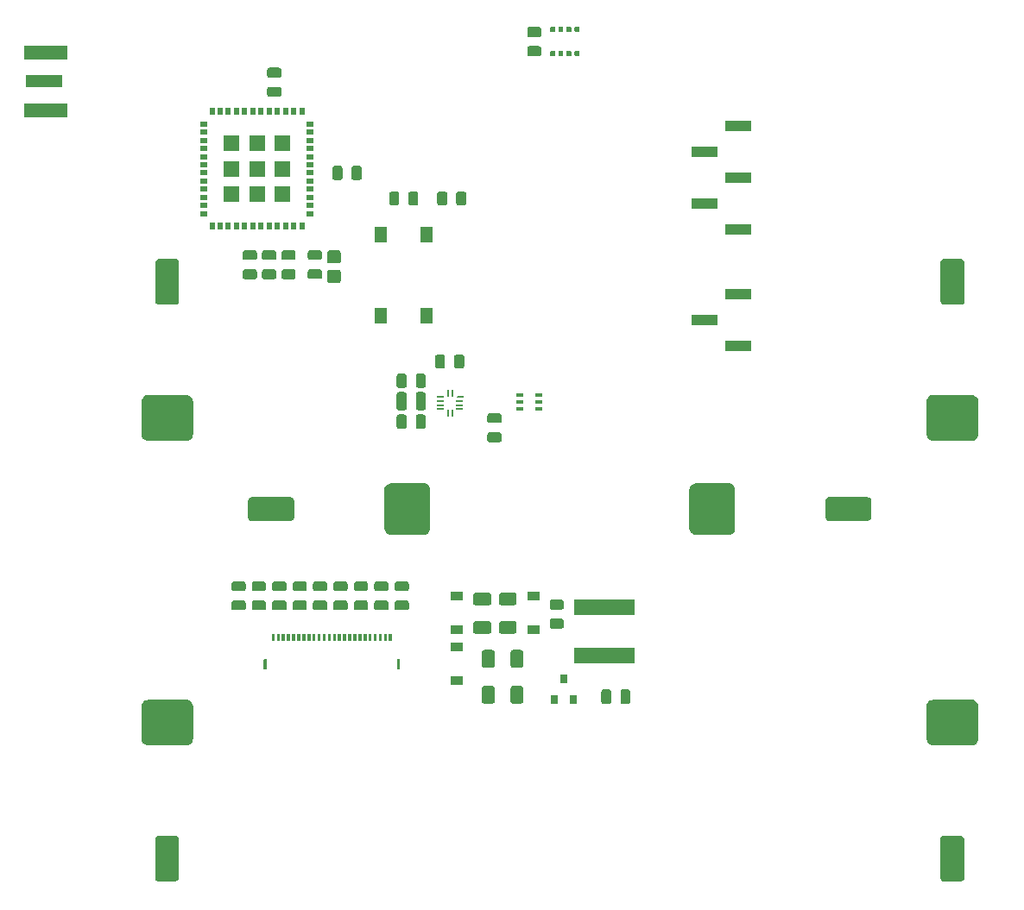
<source format=gbr>
G04 #@! TF.GenerationSoftware,KiCad,Pcbnew,(5.99.0-263-g133772e96)*
G04 #@! TF.CreationDate,2019-11-01T12:35:40+01:00*
G04 #@! TF.ProjectId,pocasicko,706f6361-7369-4636-9b6f-2e6b69636164,1*
G04 #@! TF.SameCoordinates,Original*
G04 #@! TF.FileFunction,Paste,Bot*
G04 #@! TF.FilePolarity,Positive*
%FSLAX46Y46*%
G04 Gerber Fmt 4.6, Leading zero omitted, Abs format (unit mm)*
G04 Created by KiCad (PCBNEW (5.99.0-263-g133772e96)) date 2019-11-01 12:35:40*
%MOMM*%
%LPD*%
G04 APERTURE LIST*
%ADD10R,3.600000X1.270000*%
%ADD11R,4.200000X1.350000*%
%ADD12R,1.300000X1.550000*%
%ADD13R,0.650000X0.400000*%
%ADD14R,2.510000X1.000000*%
%ADD15R,0.800000X0.900000*%
%ADD16R,5.900000X1.600000*%
%ADD17R,1.200000X0.900000*%
%ADD18R,0.700000X0.200000*%
%ADD19R,0.200000X0.700000*%
%ADD20R,1.600000X1.600000*%
%ADD21R,0.800000X0.500000*%
%ADD22R,0.500000X0.800000*%
G04 APERTURE END LIST*
G36*
X136022221Y-112253425D02*
G01*
X136036820Y-112263180D01*
X136046575Y-112277779D01*
X136050000Y-112295000D01*
X136050000Y-112905000D01*
X136046575Y-112922221D01*
X136036820Y-112936820D01*
X136022221Y-112946575D01*
X136005000Y-112950000D01*
X135795000Y-112950000D01*
X135777779Y-112946575D01*
X135763180Y-112936820D01*
X135753425Y-112922221D01*
X135750000Y-112905000D01*
X135750000Y-112295000D01*
X135753425Y-112277779D01*
X135763180Y-112263180D01*
X135777779Y-112253425D01*
X135795000Y-112250000D01*
X136005000Y-112250000D01*
X136022221Y-112253425D01*
G37*
G36*
X135522221Y-112253425D02*
G01*
X135536820Y-112263180D01*
X135546575Y-112277779D01*
X135550000Y-112295000D01*
X135550000Y-112905000D01*
X135546575Y-112922221D01*
X135536820Y-112936820D01*
X135522221Y-112946575D01*
X135505000Y-112950000D01*
X135295000Y-112950000D01*
X135277779Y-112946575D01*
X135263180Y-112936820D01*
X135253425Y-112922221D01*
X135250000Y-112905000D01*
X135250000Y-112295000D01*
X135253425Y-112277779D01*
X135263180Y-112263180D01*
X135277779Y-112253425D01*
X135295000Y-112250000D01*
X135505000Y-112250000D01*
X135522221Y-112253425D01*
G37*
G36*
X135022221Y-112253425D02*
G01*
X135036820Y-112263180D01*
X135046575Y-112277779D01*
X135050000Y-112295000D01*
X135050000Y-112905000D01*
X135046575Y-112922221D01*
X135036820Y-112936820D01*
X135022221Y-112946575D01*
X135005000Y-112950000D01*
X134795000Y-112950000D01*
X134777779Y-112946575D01*
X134763180Y-112936820D01*
X134753425Y-112922221D01*
X134750000Y-112905000D01*
X134750000Y-112295000D01*
X134753425Y-112277779D01*
X134763180Y-112263180D01*
X134777779Y-112253425D01*
X134795000Y-112250000D01*
X135005000Y-112250000D01*
X135022221Y-112253425D01*
G37*
G36*
X134522221Y-112253425D02*
G01*
X134536820Y-112263180D01*
X134546575Y-112277779D01*
X134550000Y-112295000D01*
X134550000Y-112905000D01*
X134546575Y-112922221D01*
X134536820Y-112936820D01*
X134522221Y-112946575D01*
X134505000Y-112950000D01*
X134295000Y-112950000D01*
X134277779Y-112946575D01*
X134263180Y-112936820D01*
X134253425Y-112922221D01*
X134250000Y-112905000D01*
X134250000Y-112295000D01*
X134253425Y-112277779D01*
X134263180Y-112263180D01*
X134277779Y-112253425D01*
X134295000Y-112250000D01*
X134505000Y-112250000D01*
X134522221Y-112253425D01*
G37*
G36*
X134022221Y-112253425D02*
G01*
X134036820Y-112263180D01*
X134046575Y-112277779D01*
X134050000Y-112295000D01*
X134050000Y-112905000D01*
X134046575Y-112922221D01*
X134036820Y-112936820D01*
X134022221Y-112946575D01*
X134005000Y-112950000D01*
X133795000Y-112950000D01*
X133777779Y-112946575D01*
X133763180Y-112936820D01*
X133753425Y-112922221D01*
X133750000Y-112905000D01*
X133750000Y-112295000D01*
X133753425Y-112277779D01*
X133763180Y-112263180D01*
X133777779Y-112253425D01*
X133795000Y-112250000D01*
X134005000Y-112250000D01*
X134022221Y-112253425D01*
G37*
G36*
X133522221Y-112253425D02*
G01*
X133536820Y-112263180D01*
X133546575Y-112277779D01*
X133550000Y-112295000D01*
X133550000Y-112905000D01*
X133546575Y-112922221D01*
X133536820Y-112936820D01*
X133522221Y-112946575D01*
X133505000Y-112950000D01*
X133295000Y-112950000D01*
X133277779Y-112946575D01*
X133263180Y-112936820D01*
X133253425Y-112922221D01*
X133250000Y-112905000D01*
X133250000Y-112295000D01*
X133253425Y-112277779D01*
X133263180Y-112263180D01*
X133277779Y-112253425D01*
X133295000Y-112250000D01*
X133505000Y-112250000D01*
X133522221Y-112253425D01*
G37*
G36*
X133022221Y-112253425D02*
G01*
X133036820Y-112263180D01*
X133046575Y-112277779D01*
X133050000Y-112295000D01*
X133050000Y-112905000D01*
X133046575Y-112922221D01*
X133036820Y-112936820D01*
X133022221Y-112946575D01*
X133005000Y-112950000D01*
X132795000Y-112950000D01*
X132777779Y-112946575D01*
X132763180Y-112936820D01*
X132753425Y-112922221D01*
X132750000Y-112905000D01*
X132750000Y-112295000D01*
X132753425Y-112277779D01*
X132763180Y-112263180D01*
X132777779Y-112253425D01*
X132795000Y-112250000D01*
X133005000Y-112250000D01*
X133022221Y-112253425D01*
G37*
G36*
X132522221Y-112253425D02*
G01*
X132536820Y-112263180D01*
X132546575Y-112277779D01*
X132550000Y-112295000D01*
X132550000Y-112905000D01*
X132546575Y-112922221D01*
X132536820Y-112936820D01*
X132522221Y-112946575D01*
X132505000Y-112950000D01*
X132295000Y-112950000D01*
X132277779Y-112946575D01*
X132263180Y-112936820D01*
X132253425Y-112922221D01*
X132250000Y-112905000D01*
X132250000Y-112295000D01*
X132253425Y-112277779D01*
X132263180Y-112263180D01*
X132277779Y-112253425D01*
X132295000Y-112250000D01*
X132505000Y-112250000D01*
X132522221Y-112253425D01*
G37*
G36*
X132022221Y-112253425D02*
G01*
X132036820Y-112263180D01*
X132046575Y-112277779D01*
X132050000Y-112295000D01*
X132050000Y-112905000D01*
X132046575Y-112922221D01*
X132036820Y-112936820D01*
X132022221Y-112946575D01*
X132005000Y-112950000D01*
X131795000Y-112950000D01*
X131777779Y-112946575D01*
X131763180Y-112936820D01*
X131753425Y-112922221D01*
X131750000Y-112905000D01*
X131750000Y-112295000D01*
X131753425Y-112277779D01*
X131763180Y-112263180D01*
X131777779Y-112253425D01*
X131795000Y-112250000D01*
X132005000Y-112250000D01*
X132022221Y-112253425D01*
G37*
G36*
X131522221Y-112253425D02*
G01*
X131536820Y-112263180D01*
X131546575Y-112277779D01*
X131550000Y-112295000D01*
X131550000Y-112905000D01*
X131546575Y-112922221D01*
X131536820Y-112936820D01*
X131522221Y-112946575D01*
X131505000Y-112950000D01*
X131295000Y-112950000D01*
X131277779Y-112946575D01*
X131263180Y-112936820D01*
X131253425Y-112922221D01*
X131250000Y-112905000D01*
X131250000Y-112295000D01*
X131253425Y-112277779D01*
X131263180Y-112263180D01*
X131277779Y-112253425D01*
X131295000Y-112250000D01*
X131505000Y-112250000D01*
X131522221Y-112253425D01*
G37*
G36*
X131022221Y-112253425D02*
G01*
X131036820Y-112263180D01*
X131046575Y-112277779D01*
X131050000Y-112295000D01*
X131050000Y-112905000D01*
X131046575Y-112922221D01*
X131036820Y-112936820D01*
X131022221Y-112946575D01*
X131005000Y-112950000D01*
X130795000Y-112950000D01*
X130777779Y-112946575D01*
X130763180Y-112936820D01*
X130753425Y-112922221D01*
X130750000Y-112905000D01*
X130750000Y-112295000D01*
X130753425Y-112277779D01*
X130763180Y-112263180D01*
X130777779Y-112253425D01*
X130795000Y-112250000D01*
X131005000Y-112250000D01*
X131022221Y-112253425D01*
G37*
G36*
X130522221Y-112253425D02*
G01*
X130536820Y-112263180D01*
X130546575Y-112277779D01*
X130550000Y-112295000D01*
X130550000Y-112905000D01*
X130546575Y-112922221D01*
X130536820Y-112936820D01*
X130522221Y-112946575D01*
X130505000Y-112950000D01*
X130295000Y-112950000D01*
X130277779Y-112946575D01*
X130263180Y-112936820D01*
X130253425Y-112922221D01*
X130250000Y-112905000D01*
X130250000Y-112295000D01*
X130253425Y-112277779D01*
X130263180Y-112263180D01*
X130277779Y-112253425D01*
X130295000Y-112250000D01*
X130505000Y-112250000D01*
X130522221Y-112253425D01*
G37*
G36*
X130022221Y-112253425D02*
G01*
X130036820Y-112263180D01*
X130046575Y-112277779D01*
X130050000Y-112295000D01*
X130050000Y-112905000D01*
X130046575Y-112922221D01*
X130036820Y-112936820D01*
X130022221Y-112946575D01*
X130005000Y-112950000D01*
X129795000Y-112950000D01*
X129777779Y-112946575D01*
X129763180Y-112936820D01*
X129753425Y-112922221D01*
X129750000Y-112905000D01*
X129750000Y-112295000D01*
X129753425Y-112277779D01*
X129763180Y-112263180D01*
X129777779Y-112253425D01*
X129795000Y-112250000D01*
X130005000Y-112250000D01*
X130022221Y-112253425D01*
G37*
G36*
X129522221Y-112253425D02*
G01*
X129536820Y-112263180D01*
X129546575Y-112277779D01*
X129550000Y-112295000D01*
X129550000Y-112905000D01*
X129546575Y-112922221D01*
X129536820Y-112936820D01*
X129522221Y-112946575D01*
X129505000Y-112950000D01*
X129295000Y-112950000D01*
X129277779Y-112946575D01*
X129263180Y-112936820D01*
X129253425Y-112922221D01*
X129250000Y-112905000D01*
X129250000Y-112295000D01*
X129253425Y-112277779D01*
X129263180Y-112263180D01*
X129277779Y-112253425D01*
X129295000Y-112250000D01*
X129505000Y-112250000D01*
X129522221Y-112253425D01*
G37*
G36*
X129022221Y-112253425D02*
G01*
X129036820Y-112263180D01*
X129046575Y-112277779D01*
X129050000Y-112295000D01*
X129050000Y-112905000D01*
X129046575Y-112922221D01*
X129036820Y-112936820D01*
X129022221Y-112946575D01*
X129005000Y-112950000D01*
X128795000Y-112950000D01*
X128777779Y-112946575D01*
X128763180Y-112936820D01*
X128753425Y-112922221D01*
X128750000Y-112905000D01*
X128750000Y-112295000D01*
X128753425Y-112277779D01*
X128763180Y-112263180D01*
X128777779Y-112253425D01*
X128795000Y-112250000D01*
X129005000Y-112250000D01*
X129022221Y-112253425D01*
G37*
G36*
X128522221Y-112253425D02*
G01*
X128536820Y-112263180D01*
X128546575Y-112277779D01*
X128550000Y-112295000D01*
X128550000Y-112905000D01*
X128546575Y-112922221D01*
X128536820Y-112936820D01*
X128522221Y-112946575D01*
X128505000Y-112950000D01*
X128295000Y-112950000D01*
X128277779Y-112946575D01*
X128263180Y-112936820D01*
X128253425Y-112922221D01*
X128250000Y-112905000D01*
X128250000Y-112295000D01*
X128253425Y-112277779D01*
X128263180Y-112263180D01*
X128277779Y-112253425D01*
X128295000Y-112250000D01*
X128505000Y-112250000D01*
X128522221Y-112253425D01*
G37*
G36*
X128022221Y-112253425D02*
G01*
X128036820Y-112263180D01*
X128046575Y-112277779D01*
X128050000Y-112295000D01*
X128050000Y-112905000D01*
X128046575Y-112922221D01*
X128036820Y-112936820D01*
X128022221Y-112946575D01*
X128005000Y-112950000D01*
X127795000Y-112950000D01*
X127777779Y-112946575D01*
X127763180Y-112936820D01*
X127753425Y-112922221D01*
X127750000Y-112905000D01*
X127750000Y-112295000D01*
X127753425Y-112277779D01*
X127763180Y-112263180D01*
X127777779Y-112253425D01*
X127795000Y-112250000D01*
X128005000Y-112250000D01*
X128022221Y-112253425D01*
G37*
G36*
X127522221Y-112253425D02*
G01*
X127536820Y-112263180D01*
X127546575Y-112277779D01*
X127550000Y-112295000D01*
X127550000Y-112905000D01*
X127546575Y-112922221D01*
X127536820Y-112936820D01*
X127522221Y-112946575D01*
X127505000Y-112950000D01*
X127295000Y-112950000D01*
X127277779Y-112946575D01*
X127263180Y-112936820D01*
X127253425Y-112922221D01*
X127250000Y-112905000D01*
X127250000Y-112295000D01*
X127253425Y-112277779D01*
X127263180Y-112263180D01*
X127277779Y-112253425D01*
X127295000Y-112250000D01*
X127505000Y-112250000D01*
X127522221Y-112253425D01*
G37*
G36*
X127022221Y-112253425D02*
G01*
X127036820Y-112263180D01*
X127046575Y-112277779D01*
X127050000Y-112295000D01*
X127050000Y-112905000D01*
X127046575Y-112922221D01*
X127036820Y-112936820D01*
X127022221Y-112946575D01*
X127005000Y-112950000D01*
X126795000Y-112950000D01*
X126777779Y-112946575D01*
X126763180Y-112936820D01*
X126753425Y-112922221D01*
X126750000Y-112905000D01*
X126750000Y-112295000D01*
X126753425Y-112277779D01*
X126763180Y-112263180D01*
X126777779Y-112253425D01*
X126795000Y-112250000D01*
X127005000Y-112250000D01*
X127022221Y-112253425D01*
G37*
G36*
X126522221Y-112253425D02*
G01*
X126536820Y-112263180D01*
X126546575Y-112277779D01*
X126550000Y-112295000D01*
X126550000Y-112905000D01*
X126546575Y-112922221D01*
X126536820Y-112936820D01*
X126522221Y-112946575D01*
X126505000Y-112950000D01*
X126295000Y-112950000D01*
X126277779Y-112946575D01*
X126263180Y-112936820D01*
X126253425Y-112922221D01*
X126250000Y-112905000D01*
X126250000Y-112295000D01*
X126253425Y-112277779D01*
X126263180Y-112263180D01*
X126277779Y-112253425D01*
X126295000Y-112250000D01*
X126505000Y-112250000D01*
X126522221Y-112253425D01*
G37*
G36*
X126022221Y-112253425D02*
G01*
X126036820Y-112263180D01*
X126046575Y-112277779D01*
X126050000Y-112295000D01*
X126050000Y-112905000D01*
X126046575Y-112922221D01*
X126036820Y-112936820D01*
X126022221Y-112946575D01*
X126005000Y-112950000D01*
X125795000Y-112950000D01*
X125777779Y-112946575D01*
X125763180Y-112936820D01*
X125753425Y-112922221D01*
X125750000Y-112905000D01*
X125750000Y-112295000D01*
X125753425Y-112277779D01*
X125763180Y-112263180D01*
X125777779Y-112253425D01*
X125795000Y-112250000D01*
X126005000Y-112250000D01*
X126022221Y-112253425D01*
G37*
G36*
X125522221Y-112253425D02*
G01*
X125536820Y-112263180D01*
X125546575Y-112277779D01*
X125550000Y-112295000D01*
X125550000Y-112905000D01*
X125546575Y-112922221D01*
X125536820Y-112936820D01*
X125522221Y-112946575D01*
X125505000Y-112950000D01*
X125295000Y-112950000D01*
X125277779Y-112946575D01*
X125263180Y-112936820D01*
X125253425Y-112922221D01*
X125250000Y-112905000D01*
X125250000Y-112295000D01*
X125253425Y-112277779D01*
X125263180Y-112263180D01*
X125277779Y-112253425D01*
X125295000Y-112250000D01*
X125505000Y-112250000D01*
X125522221Y-112253425D01*
G37*
G36*
X125022221Y-112253425D02*
G01*
X125036820Y-112263180D01*
X125046575Y-112277779D01*
X125050000Y-112295000D01*
X125050000Y-112905000D01*
X125046575Y-112922221D01*
X125036820Y-112936820D01*
X125022221Y-112946575D01*
X125005000Y-112950000D01*
X124795000Y-112950000D01*
X124777779Y-112946575D01*
X124763180Y-112936820D01*
X124753425Y-112922221D01*
X124750000Y-112905000D01*
X124750000Y-112295000D01*
X124753425Y-112277779D01*
X124763180Y-112263180D01*
X124777779Y-112253425D01*
X124795000Y-112250000D01*
X125005000Y-112250000D01*
X125022221Y-112253425D01*
G37*
G36*
X124522221Y-112253425D02*
G01*
X124536820Y-112263180D01*
X124546575Y-112277779D01*
X124550000Y-112295000D01*
X124550000Y-112905000D01*
X124546575Y-112922221D01*
X124536820Y-112936820D01*
X124522221Y-112946575D01*
X124505000Y-112950000D01*
X124295000Y-112950000D01*
X124277779Y-112946575D01*
X124263180Y-112936820D01*
X124253425Y-112922221D01*
X124250000Y-112905000D01*
X124250000Y-112295000D01*
X124253425Y-112277779D01*
X124263180Y-112263180D01*
X124277779Y-112253425D01*
X124295000Y-112250000D01*
X124505000Y-112250000D01*
X124522221Y-112253425D01*
G37*
G36*
X136812221Y-114753425D02*
G01*
X136826820Y-114763180D01*
X136836575Y-114777779D01*
X136840000Y-114795000D01*
X136840000Y-115705000D01*
X136836575Y-115722221D01*
X136826820Y-115736820D01*
X136812221Y-115746575D01*
X136795000Y-115750000D01*
X136585000Y-115750000D01*
X136567779Y-115746575D01*
X136553180Y-115736820D01*
X136543425Y-115722221D01*
X136540000Y-115705000D01*
X136540000Y-114795000D01*
X136543425Y-114777779D01*
X136553180Y-114763180D01*
X136567779Y-114753425D01*
X136585000Y-114750000D01*
X136795000Y-114750000D01*
X136812221Y-114753425D01*
G37*
G36*
X123732221Y-114753425D02*
G01*
X123746820Y-114763180D01*
X123756575Y-114777779D01*
X123760000Y-114795000D01*
X123760000Y-115705000D01*
X123756575Y-115722221D01*
X123746820Y-115736820D01*
X123732221Y-115746575D01*
X123715000Y-115750000D01*
X123505000Y-115750000D01*
X123487779Y-115746575D01*
X123473180Y-115736820D01*
X123463425Y-115722221D01*
X123460000Y-115705000D01*
X123460000Y-114795000D01*
X123463425Y-114777779D01*
X123473180Y-114763180D01*
X123487779Y-114753425D01*
X123505000Y-114750000D01*
X123715000Y-114750000D01*
X123732221Y-114753425D01*
G37*
D10*
X101900000Y-58000000D03*
D11*
X102100000Y-55175000D03*
X102100000Y-60825000D03*
G36*
X191939049Y-132071168D02*
G01*
X192044618Y-132132118D01*
X192122975Y-132225500D01*
X192170000Y-132401000D01*
X192170000Y-136199000D01*
X192148832Y-136319049D01*
X192087882Y-136424618D01*
X191994500Y-136502975D01*
X191819000Y-136550000D01*
X190181000Y-136550000D01*
X190060951Y-136528832D01*
X189955382Y-136467882D01*
X189877025Y-136374500D01*
X189830000Y-136199000D01*
X189830000Y-132401000D01*
X189851168Y-132280951D01*
X189912118Y-132175382D01*
X190005500Y-132097025D01*
X190181000Y-132050000D01*
X191819000Y-132050000D01*
X191939049Y-132071168D01*
G37*
G36*
X191939049Y-75471168D02*
G01*
X192044618Y-75532118D01*
X192122975Y-75625500D01*
X192170000Y-75801000D01*
X192170000Y-79599000D01*
X192148832Y-79719049D01*
X192087882Y-79824618D01*
X191994500Y-79902975D01*
X191819000Y-79950000D01*
X190181000Y-79950000D01*
X190060951Y-79928832D01*
X189955382Y-79867882D01*
X189877025Y-79774500D01*
X189830000Y-79599000D01*
X189830000Y-75801000D01*
X189851168Y-75680951D01*
X189912118Y-75575382D01*
X190005500Y-75497025D01*
X190181000Y-75450000D01*
X191819000Y-75450000D01*
X191939049Y-75471168D01*
G37*
G36*
X193026538Y-118719614D02*
G01*
X193178688Y-118777317D01*
X193312608Y-118869755D01*
X193420514Y-118991556D01*
X193496136Y-119135642D01*
X193540000Y-119375000D01*
X193540000Y-122525000D01*
X193520386Y-122686538D01*
X193462683Y-122838688D01*
X193370245Y-122972608D01*
X193248444Y-123080514D01*
X193104358Y-123156136D01*
X192865000Y-123200000D01*
X189135000Y-123200000D01*
X188973462Y-123180386D01*
X188821312Y-123122683D01*
X188687392Y-123030245D01*
X188579486Y-122908444D01*
X188503864Y-122764358D01*
X188460000Y-122525000D01*
X188460000Y-119375000D01*
X188479614Y-119213462D01*
X188537317Y-119061312D01*
X188629755Y-118927392D01*
X188751556Y-118819486D01*
X188895642Y-118743864D01*
X189135000Y-118700000D01*
X192865000Y-118700000D01*
X193026538Y-118719614D01*
G37*
G36*
X193026538Y-88819614D02*
G01*
X193178688Y-88877317D01*
X193312608Y-88969755D01*
X193420514Y-89091556D01*
X193496136Y-89235642D01*
X193540000Y-89475000D01*
X193540000Y-92625000D01*
X193520386Y-92786538D01*
X193462683Y-92938688D01*
X193370245Y-93072608D01*
X193248444Y-93180514D01*
X193104358Y-93256136D01*
X192865000Y-93300000D01*
X189135000Y-93300000D01*
X188973462Y-93280386D01*
X188821312Y-93222683D01*
X188687392Y-93130245D01*
X188579486Y-93008444D01*
X188503864Y-92864358D01*
X188460000Y-92625000D01*
X188460000Y-89475000D01*
X188479614Y-89313462D01*
X188537317Y-89161312D01*
X188629755Y-89027392D01*
X188751556Y-88919486D01*
X188895642Y-88843864D01*
X189135000Y-88800000D01*
X192865000Y-88800000D01*
X193026538Y-88819614D01*
G37*
G36*
X139286538Y-97479614D02*
G01*
X139438688Y-97537317D01*
X139572608Y-97629755D01*
X139680514Y-97751556D01*
X139756136Y-97895642D01*
X139800000Y-98135000D01*
X139800000Y-101865000D01*
X139780386Y-102026538D01*
X139722683Y-102178688D01*
X139630245Y-102312608D01*
X139508444Y-102420514D01*
X139364358Y-102496136D01*
X139125000Y-102540000D01*
X135975000Y-102540000D01*
X135813462Y-102520386D01*
X135661312Y-102462683D01*
X135527392Y-102370245D01*
X135419486Y-102248444D01*
X135343864Y-102104358D01*
X135300000Y-101865000D01*
X135300000Y-98135000D01*
X135319614Y-97973462D01*
X135377317Y-97821312D01*
X135469755Y-97687392D01*
X135591556Y-97579486D01*
X135735642Y-97503864D01*
X135975000Y-97460000D01*
X139125000Y-97460000D01*
X139286538Y-97479614D01*
G37*
G36*
X169186538Y-97479614D02*
G01*
X169338688Y-97537317D01*
X169472608Y-97629755D01*
X169580514Y-97751556D01*
X169656136Y-97895642D01*
X169700000Y-98135000D01*
X169700000Y-101865000D01*
X169680386Y-102026538D01*
X169622683Y-102178688D01*
X169530245Y-102312608D01*
X169408444Y-102420514D01*
X169264358Y-102496136D01*
X169025000Y-102540000D01*
X165875000Y-102540000D01*
X165713462Y-102520386D01*
X165561312Y-102462683D01*
X165427392Y-102370245D01*
X165319486Y-102248444D01*
X165243864Y-102104358D01*
X165200000Y-101865000D01*
X165200000Y-98135000D01*
X165219614Y-97973462D01*
X165277317Y-97821312D01*
X165369755Y-97687392D01*
X165491556Y-97579486D01*
X165635642Y-97503864D01*
X165875000Y-97460000D01*
X169025000Y-97460000D01*
X169186538Y-97479614D01*
G37*
G36*
X126219049Y-98851168D02*
G01*
X126324618Y-98912118D01*
X126402975Y-99005500D01*
X126450000Y-99181000D01*
X126450000Y-100819000D01*
X126428832Y-100939049D01*
X126367882Y-101044618D01*
X126274500Y-101122975D01*
X126099000Y-101170000D01*
X122301000Y-101170000D01*
X122180951Y-101148832D01*
X122075382Y-101087882D01*
X121997025Y-100994500D01*
X121950000Y-100819000D01*
X121950000Y-99181000D01*
X121971168Y-99060951D01*
X122032118Y-98955382D01*
X122125500Y-98877025D01*
X122301000Y-98830000D01*
X126099000Y-98830000D01*
X126219049Y-98851168D01*
G37*
G36*
X182819049Y-98851168D02*
G01*
X182924618Y-98912118D01*
X183002975Y-99005500D01*
X183050000Y-99181000D01*
X183050000Y-100819000D01*
X183028832Y-100939049D01*
X182967882Y-101044618D01*
X182874500Y-101122975D01*
X182699000Y-101170000D01*
X178901000Y-101170000D01*
X178780951Y-101148832D01*
X178675382Y-101087882D01*
X178597025Y-100994500D01*
X178550000Y-100819000D01*
X178550000Y-99181000D01*
X178571168Y-99060951D01*
X178632118Y-98955382D01*
X178725500Y-98877025D01*
X178901000Y-98830000D01*
X182699000Y-98830000D01*
X182819049Y-98851168D01*
G37*
G36*
X114939049Y-132071168D02*
G01*
X115044618Y-132132118D01*
X115122975Y-132225500D01*
X115170000Y-132401000D01*
X115170000Y-136199000D01*
X115148832Y-136319049D01*
X115087882Y-136424618D01*
X114994500Y-136502975D01*
X114819000Y-136550000D01*
X113181000Y-136550000D01*
X113060951Y-136528832D01*
X112955382Y-136467882D01*
X112877025Y-136374500D01*
X112830000Y-136199000D01*
X112830000Y-132401000D01*
X112851168Y-132280951D01*
X112912118Y-132175382D01*
X113005500Y-132097025D01*
X113181000Y-132050000D01*
X114819000Y-132050000D01*
X114939049Y-132071168D01*
G37*
G36*
X114939049Y-75471168D02*
G01*
X115044618Y-75532118D01*
X115122975Y-75625500D01*
X115170000Y-75801000D01*
X115170000Y-79599000D01*
X115148832Y-79719049D01*
X115087882Y-79824618D01*
X114994500Y-79902975D01*
X114819000Y-79950000D01*
X113181000Y-79950000D01*
X113060951Y-79928832D01*
X112955382Y-79867882D01*
X112877025Y-79774500D01*
X112830000Y-79599000D01*
X112830000Y-75801000D01*
X112851168Y-75680951D01*
X112912118Y-75575382D01*
X113005500Y-75497025D01*
X113181000Y-75450000D01*
X114819000Y-75450000D01*
X114939049Y-75471168D01*
G37*
G36*
X116026538Y-118719614D02*
G01*
X116178688Y-118777317D01*
X116312608Y-118869755D01*
X116420514Y-118991556D01*
X116496136Y-119135642D01*
X116540000Y-119375000D01*
X116540000Y-122525000D01*
X116520386Y-122686538D01*
X116462683Y-122838688D01*
X116370245Y-122972608D01*
X116248444Y-123080514D01*
X116104358Y-123156136D01*
X115865000Y-123200000D01*
X112135000Y-123200000D01*
X111973462Y-123180386D01*
X111821312Y-123122683D01*
X111687392Y-123030245D01*
X111579486Y-122908444D01*
X111503864Y-122764358D01*
X111460000Y-122525000D01*
X111460000Y-119375000D01*
X111479614Y-119213462D01*
X111537317Y-119061312D01*
X111629755Y-118927392D01*
X111751556Y-118819486D01*
X111895642Y-118743864D01*
X112135000Y-118700000D01*
X115865000Y-118700000D01*
X116026538Y-118719614D01*
G37*
G36*
X116026538Y-88819614D02*
G01*
X116178688Y-88877317D01*
X116312608Y-88969755D01*
X116420514Y-89091556D01*
X116496136Y-89235642D01*
X116540000Y-89475000D01*
X116540000Y-92625000D01*
X116520386Y-92786538D01*
X116462683Y-92938688D01*
X116370245Y-93072608D01*
X116248444Y-93180514D01*
X116104358Y-93256136D01*
X115865000Y-93300000D01*
X112135000Y-93300000D01*
X111973462Y-93280386D01*
X111821312Y-93222683D01*
X111687392Y-93130245D01*
X111579486Y-93008444D01*
X111503864Y-92864358D01*
X111460000Y-92625000D01*
X111460000Y-89475000D01*
X111479614Y-89313462D01*
X111537317Y-89161312D01*
X111629755Y-89027392D01*
X111751556Y-88919486D01*
X111895642Y-88843864D01*
X112135000Y-88800000D01*
X115865000Y-88800000D01*
X116026538Y-88819614D01*
G37*
G36*
X125049529Y-58568554D02*
G01*
X125128607Y-58621393D01*
X125181446Y-58700471D01*
X125200000Y-58793750D01*
X125200000Y-59281250D01*
X125181446Y-59374529D01*
X125128607Y-59453607D01*
X125049529Y-59506446D01*
X124956250Y-59525000D01*
X124043750Y-59525000D01*
X123950471Y-59506446D01*
X123871393Y-59453607D01*
X123818554Y-59374529D01*
X123800000Y-59281250D01*
X123800000Y-58793750D01*
X123818554Y-58700471D01*
X123871393Y-58621393D01*
X123950471Y-58568554D01*
X124043750Y-58550000D01*
X124956250Y-58550000D01*
X125049529Y-58568554D01*
G37*
G36*
X125049529Y-56693554D02*
G01*
X125128607Y-56746393D01*
X125181446Y-56825471D01*
X125200000Y-56918750D01*
X125200000Y-57406250D01*
X125181446Y-57499529D01*
X125128607Y-57578607D01*
X125049529Y-57631446D01*
X124956250Y-57650000D01*
X124043750Y-57650000D01*
X123950471Y-57631446D01*
X123871393Y-57578607D01*
X123818554Y-57499529D01*
X123800000Y-57406250D01*
X123800000Y-56918750D01*
X123818554Y-56825471D01*
X123871393Y-56746393D01*
X123950471Y-56693554D01*
X124043750Y-56675000D01*
X124956250Y-56675000D01*
X125049529Y-56693554D01*
G37*
D12*
X139450000Y-80975000D03*
X134950000Y-80975000D03*
X134950000Y-73025000D03*
X139450000Y-73025000D03*
D13*
X148550000Y-88820000D03*
X148550000Y-90120000D03*
X150450000Y-89470000D03*
X148550000Y-89470000D03*
X150450000Y-90120000D03*
X150450000Y-88820000D03*
G36*
X143174529Y-68818554D02*
G01*
X143253607Y-68871393D01*
X143306446Y-68950471D01*
X143325000Y-69043750D01*
X143325000Y-69956250D01*
X143306446Y-70049529D01*
X143253607Y-70128607D01*
X143174529Y-70181446D01*
X143081250Y-70200000D01*
X142593750Y-70200000D01*
X142500471Y-70181446D01*
X142421393Y-70128607D01*
X142368554Y-70049529D01*
X142350000Y-69956250D01*
X142350000Y-69043750D01*
X142368554Y-68950471D01*
X142421393Y-68871393D01*
X142500471Y-68818554D01*
X142593750Y-68800000D01*
X143081250Y-68800000D01*
X143174529Y-68818554D01*
G37*
G36*
X141299529Y-68818554D02*
G01*
X141378607Y-68871393D01*
X141431446Y-68950471D01*
X141450000Y-69043750D01*
X141450000Y-69956250D01*
X141431446Y-70049529D01*
X141378607Y-70128607D01*
X141299529Y-70181446D01*
X141206250Y-70200000D01*
X140718750Y-70200000D01*
X140625471Y-70181446D01*
X140546393Y-70128607D01*
X140493554Y-70049529D01*
X140475000Y-69956250D01*
X140475000Y-69043750D01*
X140493554Y-68950471D01*
X140546393Y-68871393D01*
X140625471Y-68818554D01*
X140718750Y-68800000D01*
X141206250Y-68800000D01*
X141299529Y-68818554D01*
G37*
G36*
X146649529Y-90593554D02*
G01*
X146728607Y-90646393D01*
X146781446Y-90725471D01*
X146800000Y-90818750D01*
X146800000Y-91306250D01*
X146781446Y-91399529D01*
X146728607Y-91478607D01*
X146649529Y-91531446D01*
X146556250Y-91550000D01*
X145643750Y-91550000D01*
X145550471Y-91531446D01*
X145471393Y-91478607D01*
X145418554Y-91399529D01*
X145400000Y-91306250D01*
X145400000Y-90818750D01*
X145418554Y-90725471D01*
X145471393Y-90646393D01*
X145550471Y-90593554D01*
X145643750Y-90575000D01*
X146556250Y-90575000D01*
X146649529Y-90593554D01*
G37*
G36*
X146649529Y-92468554D02*
G01*
X146728607Y-92521393D01*
X146781446Y-92600471D01*
X146800000Y-92693750D01*
X146800000Y-93181250D01*
X146781446Y-93274529D01*
X146728607Y-93353607D01*
X146649529Y-93406446D01*
X146556250Y-93425000D01*
X145643750Y-93425000D01*
X145550471Y-93406446D01*
X145471393Y-93353607D01*
X145418554Y-93274529D01*
X145400000Y-93181250D01*
X145400000Y-92693750D01*
X145418554Y-92600471D01*
X145471393Y-92521393D01*
X145550471Y-92468554D01*
X145643750Y-92450000D01*
X146556250Y-92450000D01*
X146649529Y-92468554D01*
G37*
D14*
X166690000Y-81460000D03*
X170000000Y-84000000D03*
X170000000Y-78920000D03*
G36*
X121549529Y-107093554D02*
G01*
X121628607Y-107146393D01*
X121681446Y-107225471D01*
X121700000Y-107318750D01*
X121700000Y-107806250D01*
X121681446Y-107899529D01*
X121628607Y-107978607D01*
X121549529Y-108031446D01*
X121456250Y-108050000D01*
X120543750Y-108050000D01*
X120450471Y-108031446D01*
X120371393Y-107978607D01*
X120318554Y-107899529D01*
X120300000Y-107806250D01*
X120300000Y-107318750D01*
X120318554Y-107225471D01*
X120371393Y-107146393D01*
X120450471Y-107093554D01*
X120543750Y-107075000D01*
X121456250Y-107075000D01*
X121549529Y-107093554D01*
G37*
G36*
X121549529Y-108968554D02*
G01*
X121628607Y-109021393D01*
X121681446Y-109100471D01*
X121700000Y-109193750D01*
X121700000Y-109681250D01*
X121681446Y-109774529D01*
X121628607Y-109853607D01*
X121549529Y-109906446D01*
X121456250Y-109925000D01*
X120543750Y-109925000D01*
X120450471Y-109906446D01*
X120371393Y-109853607D01*
X120318554Y-109774529D01*
X120300000Y-109681250D01*
X120300000Y-109193750D01*
X120318554Y-109100471D01*
X120371393Y-109021393D01*
X120450471Y-108968554D01*
X120543750Y-108950000D01*
X121456250Y-108950000D01*
X121549529Y-108968554D01*
G37*
G36*
X145970671Y-117344030D02*
G01*
X146051777Y-117398223D01*
X146105970Y-117479329D01*
X146125000Y-117575000D01*
X146125000Y-118825000D01*
X146105970Y-118920671D01*
X146051777Y-119001777D01*
X145970671Y-119055970D01*
X145875000Y-119075000D01*
X145125000Y-119075000D01*
X145029329Y-119055970D01*
X144948223Y-119001777D01*
X144894030Y-118920671D01*
X144875000Y-118825000D01*
X144875000Y-117575000D01*
X144894030Y-117479329D01*
X144948223Y-117398223D01*
X145029329Y-117344030D01*
X145125000Y-117325000D01*
X145875000Y-117325000D01*
X145970671Y-117344030D01*
G37*
G36*
X148770671Y-117344030D02*
G01*
X148851777Y-117398223D01*
X148905970Y-117479329D01*
X148925000Y-117575000D01*
X148925000Y-118825000D01*
X148905970Y-118920671D01*
X148851777Y-119001777D01*
X148770671Y-119055970D01*
X148675000Y-119075000D01*
X147925000Y-119075000D01*
X147829329Y-119055970D01*
X147748223Y-119001777D01*
X147694030Y-118920671D01*
X147675000Y-118825000D01*
X147675000Y-117575000D01*
X147694030Y-117479329D01*
X147748223Y-117398223D01*
X147829329Y-117344030D01*
X147925000Y-117325000D01*
X148675000Y-117325000D01*
X148770671Y-117344030D01*
G37*
G36*
X159274529Y-117718554D02*
G01*
X159353607Y-117771393D01*
X159406446Y-117850471D01*
X159425000Y-117943750D01*
X159425000Y-118856250D01*
X159406446Y-118949529D01*
X159353607Y-119028607D01*
X159274529Y-119081446D01*
X159181250Y-119100000D01*
X158693750Y-119100000D01*
X158600471Y-119081446D01*
X158521393Y-119028607D01*
X158468554Y-118949529D01*
X158450000Y-118856250D01*
X158450000Y-117943750D01*
X158468554Y-117850471D01*
X158521393Y-117771393D01*
X158600471Y-117718554D01*
X158693750Y-117700000D01*
X159181250Y-117700000D01*
X159274529Y-117718554D01*
G37*
G36*
X157399529Y-117718554D02*
G01*
X157478607Y-117771393D01*
X157531446Y-117850471D01*
X157550000Y-117943750D01*
X157550000Y-118856250D01*
X157531446Y-118949529D01*
X157478607Y-119028607D01*
X157399529Y-119081446D01*
X157306250Y-119100000D01*
X156818750Y-119100000D01*
X156725471Y-119081446D01*
X156646393Y-119028607D01*
X156593554Y-118949529D01*
X156575000Y-118856250D01*
X156575000Y-117943750D01*
X156593554Y-117850471D01*
X156646393Y-117771393D01*
X156725471Y-117718554D01*
X156818750Y-117700000D01*
X157306250Y-117700000D01*
X157399529Y-117718554D01*
G37*
D15*
X152900000Y-116700000D03*
X151950000Y-118700000D03*
X153850000Y-118700000D03*
D16*
X156900000Y-109650000D03*
X156900000Y-114350000D03*
D17*
X149900000Y-111850000D03*
X149900000Y-108550000D03*
X142400000Y-108550000D03*
X142400000Y-111850000D03*
X142400000Y-113550000D03*
X142400000Y-116850000D03*
G36*
X127549529Y-108968554D02*
G01*
X127628607Y-109021393D01*
X127681446Y-109100471D01*
X127700000Y-109193750D01*
X127700000Y-109681250D01*
X127681446Y-109774529D01*
X127628607Y-109853607D01*
X127549529Y-109906446D01*
X127456250Y-109925000D01*
X126543750Y-109925000D01*
X126450471Y-109906446D01*
X126371393Y-109853607D01*
X126318554Y-109774529D01*
X126300000Y-109681250D01*
X126300000Y-109193750D01*
X126318554Y-109100471D01*
X126371393Y-109021393D01*
X126450471Y-108968554D01*
X126543750Y-108950000D01*
X127456250Y-108950000D01*
X127549529Y-108968554D01*
G37*
G36*
X127549529Y-107093554D02*
G01*
X127628607Y-107146393D01*
X127681446Y-107225471D01*
X127700000Y-107318750D01*
X127700000Y-107806250D01*
X127681446Y-107899529D01*
X127628607Y-107978607D01*
X127549529Y-108031446D01*
X127456250Y-108050000D01*
X126543750Y-108050000D01*
X126450471Y-108031446D01*
X126371393Y-107978607D01*
X126318554Y-107899529D01*
X126300000Y-107806250D01*
X126300000Y-107318750D01*
X126318554Y-107225471D01*
X126371393Y-107146393D01*
X126450471Y-107093554D01*
X126543750Y-107075000D01*
X127456250Y-107075000D01*
X127549529Y-107093554D01*
G37*
G36*
X148120671Y-110994030D02*
G01*
X148201777Y-111048223D01*
X148255970Y-111129329D01*
X148275000Y-111225000D01*
X148275000Y-111975000D01*
X148255970Y-112070671D01*
X148201777Y-112151777D01*
X148120671Y-112205970D01*
X148025000Y-112225000D01*
X146775000Y-112225000D01*
X146679329Y-112205970D01*
X146598223Y-112151777D01*
X146544030Y-112070671D01*
X146525000Y-111975000D01*
X146525000Y-111225000D01*
X146544030Y-111129329D01*
X146598223Y-111048223D01*
X146679329Y-110994030D01*
X146775000Y-110975000D01*
X148025000Y-110975000D01*
X148120671Y-110994030D01*
G37*
G36*
X148120671Y-108194030D02*
G01*
X148201777Y-108248223D01*
X148255970Y-108329329D01*
X148275000Y-108425000D01*
X148275000Y-109175000D01*
X148255970Y-109270671D01*
X148201777Y-109351777D01*
X148120671Y-109405970D01*
X148025000Y-109425000D01*
X146775000Y-109425000D01*
X146679329Y-109405970D01*
X146598223Y-109351777D01*
X146544030Y-109270671D01*
X146525000Y-109175000D01*
X146525000Y-108425000D01*
X146544030Y-108329329D01*
X146598223Y-108248223D01*
X146679329Y-108194030D01*
X146775000Y-108175000D01*
X148025000Y-108175000D01*
X148120671Y-108194030D01*
G37*
G36*
X152749529Y-110768554D02*
G01*
X152828607Y-110821393D01*
X152881446Y-110900471D01*
X152900000Y-110993750D01*
X152900000Y-111481250D01*
X152881446Y-111574529D01*
X152828607Y-111653607D01*
X152749529Y-111706446D01*
X152656250Y-111725000D01*
X151743750Y-111725000D01*
X151650471Y-111706446D01*
X151571393Y-111653607D01*
X151518554Y-111574529D01*
X151500000Y-111481250D01*
X151500000Y-110993750D01*
X151518554Y-110900471D01*
X151571393Y-110821393D01*
X151650471Y-110768554D01*
X151743750Y-110750000D01*
X152656250Y-110750000D01*
X152749529Y-110768554D01*
G37*
G36*
X152749529Y-108893554D02*
G01*
X152828607Y-108946393D01*
X152881446Y-109025471D01*
X152900000Y-109118750D01*
X152900000Y-109606250D01*
X152881446Y-109699529D01*
X152828607Y-109778607D01*
X152749529Y-109831446D01*
X152656250Y-109850000D01*
X151743750Y-109850000D01*
X151650471Y-109831446D01*
X151571393Y-109778607D01*
X151518554Y-109699529D01*
X151500000Y-109606250D01*
X151500000Y-109118750D01*
X151518554Y-109025471D01*
X151571393Y-108946393D01*
X151650471Y-108893554D01*
X151743750Y-108875000D01*
X152656250Y-108875000D01*
X152749529Y-108893554D01*
G37*
G36*
X145970671Y-113844030D02*
G01*
X146051777Y-113898223D01*
X146105970Y-113979329D01*
X146125000Y-114075000D01*
X146125000Y-115325000D01*
X146105970Y-115420671D01*
X146051777Y-115501777D01*
X145970671Y-115555970D01*
X145875000Y-115575000D01*
X145125000Y-115575000D01*
X145029329Y-115555970D01*
X144948223Y-115501777D01*
X144894030Y-115420671D01*
X144875000Y-115325000D01*
X144875000Y-114075000D01*
X144894030Y-113979329D01*
X144948223Y-113898223D01*
X145029329Y-113844030D01*
X145125000Y-113825000D01*
X145875000Y-113825000D01*
X145970671Y-113844030D01*
G37*
G36*
X148770671Y-113844030D02*
G01*
X148851777Y-113898223D01*
X148905970Y-113979329D01*
X148925000Y-114075000D01*
X148925000Y-115325000D01*
X148905970Y-115420671D01*
X148851777Y-115501777D01*
X148770671Y-115555970D01*
X148675000Y-115575000D01*
X147925000Y-115575000D01*
X147829329Y-115555970D01*
X147748223Y-115501777D01*
X147694030Y-115420671D01*
X147675000Y-115325000D01*
X147675000Y-114075000D01*
X147694030Y-113979329D01*
X147748223Y-113898223D01*
X147829329Y-113844030D01*
X147925000Y-113825000D01*
X148675000Y-113825000D01*
X148770671Y-113844030D01*
G37*
G36*
X145620671Y-110994030D02*
G01*
X145701777Y-111048223D01*
X145755970Y-111129329D01*
X145775000Y-111225000D01*
X145775000Y-111975000D01*
X145755970Y-112070671D01*
X145701777Y-112151777D01*
X145620671Y-112205970D01*
X145525000Y-112225000D01*
X144275000Y-112225000D01*
X144179329Y-112205970D01*
X144098223Y-112151777D01*
X144044030Y-112070671D01*
X144025000Y-111975000D01*
X144025000Y-111225000D01*
X144044030Y-111129329D01*
X144098223Y-111048223D01*
X144179329Y-110994030D01*
X144275000Y-110975000D01*
X145525000Y-110975000D01*
X145620671Y-110994030D01*
G37*
G36*
X145620671Y-108194030D02*
G01*
X145701777Y-108248223D01*
X145755970Y-108329329D01*
X145775000Y-108425000D01*
X145775000Y-109175000D01*
X145755970Y-109270671D01*
X145701777Y-109351777D01*
X145620671Y-109405970D01*
X145525000Y-109425000D01*
X144275000Y-109425000D01*
X144179329Y-109405970D01*
X144098223Y-109351777D01*
X144044030Y-109270671D01*
X144025000Y-109175000D01*
X144025000Y-108425000D01*
X144044030Y-108329329D01*
X144098223Y-108248223D01*
X144179329Y-108194030D01*
X144275000Y-108175000D01*
X145525000Y-108175000D01*
X145620671Y-108194030D01*
G37*
G36*
X142487500Y-88900000D02*
G01*
X143037500Y-88900000D01*
X143037500Y-89100000D01*
X142337500Y-89100000D01*
X142337500Y-89050000D01*
X142487500Y-88900000D01*
G37*
D18*
X142687500Y-89400000D03*
X142687500Y-89800000D03*
X142687500Y-90200000D03*
D19*
X141937500Y-90550000D03*
X141537500Y-90550000D03*
D18*
X140787500Y-90200000D03*
X140787500Y-89800000D03*
X140787500Y-89400000D03*
X140787500Y-89000000D03*
D19*
X141537500Y-88650000D03*
X141937500Y-88650000D03*
G36*
X142974529Y-84818554D02*
G01*
X143053607Y-84871393D01*
X143106446Y-84950471D01*
X143125000Y-85043750D01*
X143125000Y-85956250D01*
X143106446Y-86049529D01*
X143053607Y-86128607D01*
X142974529Y-86181446D01*
X142881250Y-86200000D01*
X142393750Y-86200000D01*
X142300471Y-86181446D01*
X142221393Y-86128607D01*
X142168554Y-86049529D01*
X142150000Y-85956250D01*
X142150000Y-85043750D01*
X142168554Y-84950471D01*
X142221393Y-84871393D01*
X142300471Y-84818554D01*
X142393750Y-84800000D01*
X142881250Y-84800000D01*
X142974529Y-84818554D01*
G37*
G36*
X141099529Y-84818554D02*
G01*
X141178607Y-84871393D01*
X141231446Y-84950471D01*
X141250000Y-85043750D01*
X141250000Y-85956250D01*
X141231446Y-86049529D01*
X141178607Y-86128607D01*
X141099529Y-86181446D01*
X141006250Y-86200000D01*
X140518750Y-86200000D01*
X140425471Y-86181446D01*
X140346393Y-86128607D01*
X140293554Y-86049529D01*
X140275000Y-85956250D01*
X140275000Y-85043750D01*
X140293554Y-84950471D01*
X140346393Y-84871393D01*
X140425471Y-84818554D01*
X140518750Y-84800000D01*
X141006250Y-84800000D01*
X141099529Y-84818554D01*
G37*
G36*
X137337029Y-88518554D02*
G01*
X137416107Y-88571393D01*
X137468946Y-88650471D01*
X137487500Y-88743750D01*
X137487500Y-90056250D01*
X137468946Y-90149529D01*
X137416107Y-90228607D01*
X137337029Y-90281446D01*
X137243750Y-90300000D01*
X136756250Y-90300000D01*
X136662971Y-90281446D01*
X136583893Y-90228607D01*
X136531054Y-90149529D01*
X136512500Y-90056250D01*
X136512500Y-88743750D01*
X136531054Y-88650471D01*
X136583893Y-88571393D01*
X136662971Y-88518554D01*
X136756250Y-88500000D01*
X137243750Y-88500000D01*
X137337029Y-88518554D01*
G37*
G36*
X139212029Y-88518554D02*
G01*
X139291107Y-88571393D01*
X139343946Y-88650471D01*
X139362500Y-88743750D01*
X139362500Y-90056250D01*
X139343946Y-90149529D01*
X139291107Y-90228607D01*
X139212029Y-90281446D01*
X139118750Y-90300000D01*
X138631250Y-90300000D01*
X138537971Y-90281446D01*
X138458893Y-90228607D01*
X138406054Y-90149529D01*
X138387500Y-90056250D01*
X138387500Y-88743750D01*
X138406054Y-88650471D01*
X138458893Y-88571393D01*
X138537971Y-88518554D01*
X138631250Y-88500000D01*
X139118750Y-88500000D01*
X139212029Y-88518554D01*
G37*
G36*
X123549529Y-108968554D02*
G01*
X123628607Y-109021393D01*
X123681446Y-109100471D01*
X123700000Y-109193750D01*
X123700000Y-109681250D01*
X123681446Y-109774529D01*
X123628607Y-109853607D01*
X123549529Y-109906446D01*
X123456250Y-109925000D01*
X122543750Y-109925000D01*
X122450471Y-109906446D01*
X122371393Y-109853607D01*
X122318554Y-109774529D01*
X122300000Y-109681250D01*
X122300000Y-109193750D01*
X122318554Y-109100471D01*
X122371393Y-109021393D01*
X122450471Y-108968554D01*
X122543750Y-108950000D01*
X123456250Y-108950000D01*
X123549529Y-108968554D01*
G37*
G36*
X123549529Y-107093554D02*
G01*
X123628607Y-107146393D01*
X123681446Y-107225471D01*
X123700000Y-107318750D01*
X123700000Y-107806250D01*
X123681446Y-107899529D01*
X123628607Y-107978607D01*
X123549529Y-108031446D01*
X123456250Y-108050000D01*
X122543750Y-108050000D01*
X122450471Y-108031446D01*
X122371393Y-107978607D01*
X122318554Y-107899529D01*
X122300000Y-107806250D01*
X122300000Y-107318750D01*
X122318554Y-107225471D01*
X122371393Y-107146393D01*
X122450471Y-107093554D01*
X122543750Y-107075000D01*
X123456250Y-107075000D01*
X123549529Y-107093554D01*
G37*
G36*
X125549529Y-108968554D02*
G01*
X125628607Y-109021393D01*
X125681446Y-109100471D01*
X125700000Y-109193750D01*
X125700000Y-109681250D01*
X125681446Y-109774529D01*
X125628607Y-109853607D01*
X125549529Y-109906446D01*
X125456250Y-109925000D01*
X124543750Y-109925000D01*
X124450471Y-109906446D01*
X124371393Y-109853607D01*
X124318554Y-109774529D01*
X124300000Y-109681250D01*
X124300000Y-109193750D01*
X124318554Y-109100471D01*
X124371393Y-109021393D01*
X124450471Y-108968554D01*
X124543750Y-108950000D01*
X125456250Y-108950000D01*
X125549529Y-108968554D01*
G37*
G36*
X125549529Y-107093554D02*
G01*
X125628607Y-107146393D01*
X125681446Y-107225471D01*
X125700000Y-107318750D01*
X125700000Y-107806250D01*
X125681446Y-107899529D01*
X125628607Y-107978607D01*
X125549529Y-108031446D01*
X125456250Y-108050000D01*
X124543750Y-108050000D01*
X124450471Y-108031446D01*
X124371393Y-107978607D01*
X124318554Y-107899529D01*
X124300000Y-107806250D01*
X124300000Y-107318750D01*
X124318554Y-107225471D01*
X124371393Y-107146393D01*
X124450471Y-107093554D01*
X124543750Y-107075000D01*
X125456250Y-107075000D01*
X125549529Y-107093554D01*
G37*
G36*
X131549529Y-108968554D02*
G01*
X131628607Y-109021393D01*
X131681446Y-109100471D01*
X131700000Y-109193750D01*
X131700000Y-109681250D01*
X131681446Y-109774529D01*
X131628607Y-109853607D01*
X131549529Y-109906446D01*
X131456250Y-109925000D01*
X130543750Y-109925000D01*
X130450471Y-109906446D01*
X130371393Y-109853607D01*
X130318554Y-109774529D01*
X130300000Y-109681250D01*
X130300000Y-109193750D01*
X130318554Y-109100471D01*
X130371393Y-109021393D01*
X130450471Y-108968554D01*
X130543750Y-108950000D01*
X131456250Y-108950000D01*
X131549529Y-108968554D01*
G37*
G36*
X131549529Y-107093554D02*
G01*
X131628607Y-107146393D01*
X131681446Y-107225471D01*
X131700000Y-107318750D01*
X131700000Y-107806250D01*
X131681446Y-107899529D01*
X131628607Y-107978607D01*
X131549529Y-108031446D01*
X131456250Y-108050000D01*
X130543750Y-108050000D01*
X130450471Y-108031446D01*
X130371393Y-107978607D01*
X130318554Y-107899529D01*
X130300000Y-107806250D01*
X130300000Y-107318750D01*
X130318554Y-107225471D01*
X130371393Y-107146393D01*
X130450471Y-107093554D01*
X130543750Y-107075000D01*
X131456250Y-107075000D01*
X131549529Y-107093554D01*
G37*
G36*
X150549529Y-52693554D02*
G01*
X150628607Y-52746393D01*
X150681446Y-52825471D01*
X150700000Y-52918750D01*
X150700000Y-53406250D01*
X150681446Y-53499529D01*
X150628607Y-53578607D01*
X150549529Y-53631446D01*
X150456250Y-53650000D01*
X149543750Y-53650000D01*
X149450471Y-53631446D01*
X149371393Y-53578607D01*
X149318554Y-53499529D01*
X149300000Y-53406250D01*
X149300000Y-52918750D01*
X149318554Y-52825471D01*
X149371393Y-52746393D01*
X149450471Y-52693554D01*
X149543750Y-52675000D01*
X150456250Y-52675000D01*
X150549529Y-52693554D01*
G37*
G36*
X150549529Y-54568554D02*
G01*
X150628607Y-54621393D01*
X150681446Y-54700471D01*
X150700000Y-54793750D01*
X150700000Y-55281250D01*
X150681446Y-55374529D01*
X150628607Y-55453607D01*
X150549529Y-55506446D01*
X150456250Y-55525000D01*
X149543750Y-55525000D01*
X149450471Y-55506446D01*
X149371393Y-55453607D01*
X149318554Y-55374529D01*
X149300000Y-55281250D01*
X149300000Y-54793750D01*
X149318554Y-54700471D01*
X149371393Y-54621393D01*
X149450471Y-54568554D01*
X149543750Y-54550000D01*
X150456250Y-54550000D01*
X150549529Y-54568554D01*
G37*
G36*
X137549529Y-108968554D02*
G01*
X137628607Y-109021393D01*
X137681446Y-109100471D01*
X137700000Y-109193750D01*
X137700000Y-109681250D01*
X137681446Y-109774529D01*
X137628607Y-109853607D01*
X137549529Y-109906446D01*
X137456250Y-109925000D01*
X136543750Y-109925000D01*
X136450471Y-109906446D01*
X136371393Y-109853607D01*
X136318554Y-109774529D01*
X136300000Y-109681250D01*
X136300000Y-109193750D01*
X136318554Y-109100471D01*
X136371393Y-109021393D01*
X136450471Y-108968554D01*
X136543750Y-108950000D01*
X137456250Y-108950000D01*
X137549529Y-108968554D01*
G37*
G36*
X137549529Y-107093554D02*
G01*
X137628607Y-107146393D01*
X137681446Y-107225471D01*
X137700000Y-107318750D01*
X137700000Y-107806250D01*
X137681446Y-107899529D01*
X137628607Y-107978607D01*
X137549529Y-108031446D01*
X137456250Y-108050000D01*
X136543750Y-108050000D01*
X136450471Y-108031446D01*
X136371393Y-107978607D01*
X136318554Y-107899529D01*
X136300000Y-107806250D01*
X136300000Y-107318750D01*
X136318554Y-107225471D01*
X136371393Y-107146393D01*
X136450471Y-107093554D01*
X136543750Y-107075000D01*
X137456250Y-107075000D01*
X137549529Y-107093554D01*
G37*
G36*
X129549529Y-108968554D02*
G01*
X129628607Y-109021393D01*
X129681446Y-109100471D01*
X129700000Y-109193750D01*
X129700000Y-109681250D01*
X129681446Y-109774529D01*
X129628607Y-109853607D01*
X129549529Y-109906446D01*
X129456250Y-109925000D01*
X128543750Y-109925000D01*
X128450471Y-109906446D01*
X128371393Y-109853607D01*
X128318554Y-109774529D01*
X128300000Y-109681250D01*
X128300000Y-109193750D01*
X128318554Y-109100471D01*
X128371393Y-109021393D01*
X128450471Y-108968554D01*
X128543750Y-108950000D01*
X129456250Y-108950000D01*
X129549529Y-108968554D01*
G37*
G36*
X129549529Y-107093554D02*
G01*
X129628607Y-107146393D01*
X129681446Y-107225471D01*
X129700000Y-107318750D01*
X129700000Y-107806250D01*
X129681446Y-107899529D01*
X129628607Y-107978607D01*
X129549529Y-108031446D01*
X129456250Y-108050000D01*
X128543750Y-108050000D01*
X128450471Y-108031446D01*
X128371393Y-107978607D01*
X128318554Y-107899529D01*
X128300000Y-107806250D01*
X128300000Y-107318750D01*
X128318554Y-107225471D01*
X128371393Y-107146393D01*
X128450471Y-107093554D01*
X128543750Y-107075000D01*
X129456250Y-107075000D01*
X129549529Y-107093554D01*
G37*
G36*
X133549529Y-108968554D02*
G01*
X133628607Y-109021393D01*
X133681446Y-109100471D01*
X133700000Y-109193750D01*
X133700000Y-109681250D01*
X133681446Y-109774529D01*
X133628607Y-109853607D01*
X133549529Y-109906446D01*
X133456250Y-109925000D01*
X132543750Y-109925000D01*
X132450471Y-109906446D01*
X132371393Y-109853607D01*
X132318554Y-109774529D01*
X132300000Y-109681250D01*
X132300000Y-109193750D01*
X132318554Y-109100471D01*
X132371393Y-109021393D01*
X132450471Y-108968554D01*
X132543750Y-108950000D01*
X133456250Y-108950000D01*
X133549529Y-108968554D01*
G37*
G36*
X133549529Y-107093554D02*
G01*
X133628607Y-107146393D01*
X133681446Y-107225471D01*
X133700000Y-107318750D01*
X133700000Y-107806250D01*
X133681446Y-107899529D01*
X133628607Y-107978607D01*
X133549529Y-108031446D01*
X133456250Y-108050000D01*
X132543750Y-108050000D01*
X132450471Y-108031446D01*
X132371393Y-107978607D01*
X132318554Y-107899529D01*
X132300000Y-107806250D01*
X132300000Y-107318750D01*
X132318554Y-107225471D01*
X132371393Y-107146393D01*
X132450471Y-107093554D01*
X132543750Y-107075000D01*
X133456250Y-107075000D01*
X133549529Y-107093554D01*
G37*
G36*
X135549529Y-108968554D02*
G01*
X135628607Y-109021393D01*
X135681446Y-109100471D01*
X135700000Y-109193750D01*
X135700000Y-109681250D01*
X135681446Y-109774529D01*
X135628607Y-109853607D01*
X135549529Y-109906446D01*
X135456250Y-109925000D01*
X134543750Y-109925000D01*
X134450471Y-109906446D01*
X134371393Y-109853607D01*
X134318554Y-109774529D01*
X134300000Y-109681250D01*
X134300000Y-109193750D01*
X134318554Y-109100471D01*
X134371393Y-109021393D01*
X134450471Y-108968554D01*
X134543750Y-108950000D01*
X135456250Y-108950000D01*
X135549529Y-108968554D01*
G37*
G36*
X135549529Y-107093554D02*
G01*
X135628607Y-107146393D01*
X135681446Y-107225471D01*
X135700000Y-107318750D01*
X135700000Y-107806250D01*
X135681446Y-107899529D01*
X135628607Y-107978607D01*
X135549529Y-108031446D01*
X135456250Y-108050000D01*
X134543750Y-108050000D01*
X134450471Y-108031446D01*
X134371393Y-107978607D01*
X134318554Y-107899529D01*
X134300000Y-107806250D01*
X134300000Y-107318750D01*
X134318554Y-107225471D01*
X134371393Y-107146393D01*
X134450471Y-107093554D01*
X134543750Y-107075000D01*
X135456250Y-107075000D01*
X135549529Y-107093554D01*
G37*
G36*
X137337029Y-90718554D02*
G01*
X137416107Y-90771393D01*
X137468946Y-90850471D01*
X137487500Y-90943750D01*
X137487500Y-91856250D01*
X137468946Y-91949529D01*
X137416107Y-92028607D01*
X137337029Y-92081446D01*
X137243750Y-92100000D01*
X136756250Y-92100000D01*
X136662971Y-92081446D01*
X136583893Y-92028607D01*
X136531054Y-91949529D01*
X136512500Y-91856250D01*
X136512500Y-90943750D01*
X136531054Y-90850471D01*
X136583893Y-90771393D01*
X136662971Y-90718554D01*
X136756250Y-90700000D01*
X137243750Y-90700000D01*
X137337029Y-90718554D01*
G37*
G36*
X139212029Y-90718554D02*
G01*
X139291107Y-90771393D01*
X139343946Y-90850471D01*
X139362500Y-90943750D01*
X139362500Y-91856250D01*
X139343946Y-91949529D01*
X139291107Y-92028607D01*
X139212029Y-92081446D01*
X139118750Y-92100000D01*
X138631250Y-92100000D01*
X138537971Y-92081446D01*
X138458893Y-92028607D01*
X138406054Y-91949529D01*
X138387500Y-91856250D01*
X138387500Y-90943750D01*
X138406054Y-90850471D01*
X138458893Y-90771393D01*
X138537971Y-90718554D01*
X138631250Y-90700000D01*
X139118750Y-90700000D01*
X139212029Y-90718554D01*
G37*
G36*
X139212029Y-86718554D02*
G01*
X139291107Y-86771393D01*
X139343946Y-86850471D01*
X139362500Y-86943750D01*
X139362500Y-87856250D01*
X139343946Y-87949529D01*
X139291107Y-88028607D01*
X139212029Y-88081446D01*
X139118750Y-88100000D01*
X138631250Y-88100000D01*
X138537971Y-88081446D01*
X138458893Y-88028607D01*
X138406054Y-87949529D01*
X138387500Y-87856250D01*
X138387500Y-86943750D01*
X138406054Y-86850471D01*
X138458893Y-86771393D01*
X138537971Y-86718554D01*
X138631250Y-86700000D01*
X139118750Y-86700000D01*
X139212029Y-86718554D01*
G37*
G36*
X137337029Y-86718554D02*
G01*
X137416107Y-86771393D01*
X137468946Y-86850471D01*
X137487500Y-86943750D01*
X137487500Y-87856250D01*
X137468946Y-87949529D01*
X137416107Y-88028607D01*
X137337029Y-88081446D01*
X137243750Y-88100000D01*
X136756250Y-88100000D01*
X136662971Y-88081446D01*
X136583893Y-88028607D01*
X136531054Y-87949529D01*
X136512500Y-87856250D01*
X136512500Y-86943750D01*
X136531054Y-86850471D01*
X136583893Y-86771393D01*
X136662971Y-86718554D01*
X136756250Y-86700000D01*
X137243750Y-86700000D01*
X137337029Y-86718554D01*
G37*
G36*
X129039529Y-76458554D02*
G01*
X129118607Y-76511393D01*
X129171446Y-76590471D01*
X129190000Y-76683750D01*
X129190000Y-77171250D01*
X129171446Y-77264529D01*
X129118607Y-77343607D01*
X129039529Y-77396446D01*
X128946250Y-77415000D01*
X128033750Y-77415000D01*
X127940471Y-77396446D01*
X127861393Y-77343607D01*
X127808554Y-77264529D01*
X127790000Y-77171250D01*
X127790000Y-76683750D01*
X127808554Y-76590471D01*
X127861393Y-76511393D01*
X127940471Y-76458554D01*
X128033750Y-76440000D01*
X128946250Y-76440000D01*
X129039529Y-76458554D01*
G37*
G36*
X129039529Y-74583554D02*
G01*
X129118607Y-74636393D01*
X129171446Y-74715471D01*
X129190000Y-74808750D01*
X129190000Y-75296250D01*
X129171446Y-75389529D01*
X129118607Y-75468607D01*
X129039529Y-75521446D01*
X128946250Y-75540000D01*
X128033750Y-75540000D01*
X127940471Y-75521446D01*
X127861393Y-75468607D01*
X127808554Y-75389529D01*
X127790000Y-75296250D01*
X127790000Y-74808750D01*
X127808554Y-74715471D01*
X127861393Y-74636393D01*
X127940471Y-74583554D01*
X128033750Y-74565000D01*
X128946250Y-74565000D01*
X129039529Y-74583554D01*
G37*
G36*
X132912029Y-66318554D02*
G01*
X132991107Y-66371393D01*
X133043946Y-66450471D01*
X133062500Y-66543750D01*
X133062500Y-67456250D01*
X133043946Y-67549529D01*
X132991107Y-67628607D01*
X132912029Y-67681446D01*
X132818750Y-67700000D01*
X132331250Y-67700000D01*
X132237971Y-67681446D01*
X132158893Y-67628607D01*
X132106054Y-67549529D01*
X132087500Y-67456250D01*
X132087500Y-66543750D01*
X132106054Y-66450471D01*
X132158893Y-66371393D01*
X132237971Y-66318554D01*
X132331250Y-66300000D01*
X132818750Y-66300000D01*
X132912029Y-66318554D01*
G37*
G36*
X131037029Y-66318554D02*
G01*
X131116107Y-66371393D01*
X131168946Y-66450471D01*
X131187500Y-66543750D01*
X131187500Y-67456250D01*
X131168946Y-67549529D01*
X131116107Y-67628607D01*
X131037029Y-67681446D01*
X130943750Y-67700000D01*
X130456250Y-67700000D01*
X130362971Y-67681446D01*
X130283893Y-67628607D01*
X130231054Y-67549529D01*
X130212500Y-67456250D01*
X130212500Y-66543750D01*
X130231054Y-66450471D01*
X130283893Y-66371393D01*
X130362971Y-66318554D01*
X130456250Y-66300000D01*
X130943750Y-66300000D01*
X131037029Y-66318554D01*
G37*
D14*
X166690000Y-70000000D03*
X166690000Y-64920000D03*
X170000000Y-72540000D03*
X170000000Y-67460000D03*
X170000000Y-62380000D03*
G36*
X130860671Y-76511530D02*
G01*
X130941777Y-76565723D01*
X130995970Y-76646829D01*
X131015000Y-76742500D01*
X131015000Y-77567500D01*
X130995970Y-77663171D01*
X130941777Y-77744277D01*
X130860671Y-77798470D01*
X130765000Y-77817500D01*
X129965000Y-77817500D01*
X129869329Y-77798470D01*
X129788223Y-77744277D01*
X129734030Y-77663171D01*
X129715000Y-77567500D01*
X129715000Y-76742500D01*
X129734030Y-76646829D01*
X129788223Y-76565723D01*
X129869329Y-76511530D01*
X129965000Y-76492500D01*
X130765000Y-76492500D01*
X130860671Y-76511530D01*
G37*
G36*
X130860671Y-74586530D02*
G01*
X130941777Y-74640723D01*
X130995970Y-74721829D01*
X131015000Y-74817500D01*
X131015000Y-75642500D01*
X130995970Y-75738171D01*
X130941777Y-75819277D01*
X130860671Y-75873470D01*
X130765000Y-75892500D01*
X129965000Y-75892500D01*
X129869329Y-75873470D01*
X129788223Y-75819277D01*
X129734030Y-75738171D01*
X129715000Y-75642500D01*
X129715000Y-74817500D01*
X129734030Y-74721829D01*
X129788223Y-74640723D01*
X129869329Y-74586530D01*
X129965000Y-74567500D01*
X130765000Y-74567500D01*
X130860671Y-74586530D01*
G37*
G36*
X124549529Y-74593554D02*
G01*
X124628607Y-74646393D01*
X124681446Y-74725471D01*
X124700000Y-74818750D01*
X124700000Y-75306250D01*
X124681446Y-75399529D01*
X124628607Y-75478607D01*
X124549529Y-75531446D01*
X124456250Y-75550000D01*
X123543750Y-75550000D01*
X123450471Y-75531446D01*
X123371393Y-75478607D01*
X123318554Y-75399529D01*
X123300000Y-75306250D01*
X123300000Y-74818750D01*
X123318554Y-74725471D01*
X123371393Y-74646393D01*
X123450471Y-74593554D01*
X123543750Y-74575000D01*
X124456250Y-74575000D01*
X124549529Y-74593554D01*
G37*
G36*
X124549529Y-76468554D02*
G01*
X124628607Y-76521393D01*
X124681446Y-76600471D01*
X124700000Y-76693750D01*
X124700000Y-77181250D01*
X124681446Y-77274529D01*
X124628607Y-77353607D01*
X124549529Y-77406446D01*
X124456250Y-77425000D01*
X123543750Y-77425000D01*
X123450471Y-77406446D01*
X123371393Y-77353607D01*
X123318554Y-77274529D01*
X123300000Y-77181250D01*
X123300000Y-76693750D01*
X123318554Y-76600471D01*
X123371393Y-76521393D01*
X123450471Y-76468554D01*
X123543750Y-76450000D01*
X124456250Y-76450000D01*
X124549529Y-76468554D01*
G37*
G36*
X122649529Y-74593554D02*
G01*
X122728607Y-74646393D01*
X122781446Y-74725471D01*
X122800000Y-74818750D01*
X122800000Y-75306250D01*
X122781446Y-75399529D01*
X122728607Y-75478607D01*
X122649529Y-75531446D01*
X122556250Y-75550000D01*
X121643750Y-75550000D01*
X121550471Y-75531446D01*
X121471393Y-75478607D01*
X121418554Y-75399529D01*
X121400000Y-75306250D01*
X121400000Y-74818750D01*
X121418554Y-74725471D01*
X121471393Y-74646393D01*
X121550471Y-74593554D01*
X121643750Y-74575000D01*
X122556250Y-74575000D01*
X122649529Y-74593554D01*
G37*
G36*
X122649529Y-76468554D02*
G01*
X122728607Y-76521393D01*
X122781446Y-76600471D01*
X122800000Y-76693750D01*
X122800000Y-77181250D01*
X122781446Y-77274529D01*
X122728607Y-77353607D01*
X122649529Y-77406446D01*
X122556250Y-77425000D01*
X121643750Y-77425000D01*
X121550471Y-77406446D01*
X121471393Y-77353607D01*
X121418554Y-77274529D01*
X121400000Y-77181250D01*
X121400000Y-76693750D01*
X121418554Y-76600471D01*
X121471393Y-76521393D01*
X121550471Y-76468554D01*
X121643750Y-76450000D01*
X122556250Y-76450000D01*
X122649529Y-76468554D01*
G37*
G36*
X126449529Y-74593554D02*
G01*
X126528607Y-74646393D01*
X126581446Y-74725471D01*
X126600000Y-74818750D01*
X126600000Y-75306250D01*
X126581446Y-75399529D01*
X126528607Y-75478607D01*
X126449529Y-75531446D01*
X126356250Y-75550000D01*
X125443750Y-75550000D01*
X125350471Y-75531446D01*
X125271393Y-75478607D01*
X125218554Y-75399529D01*
X125200000Y-75306250D01*
X125200000Y-74818750D01*
X125218554Y-74725471D01*
X125271393Y-74646393D01*
X125350471Y-74593554D01*
X125443750Y-74575000D01*
X126356250Y-74575000D01*
X126449529Y-74593554D01*
G37*
G36*
X126449529Y-76468554D02*
G01*
X126528607Y-76521393D01*
X126581446Y-76600471D01*
X126600000Y-76693750D01*
X126600000Y-77181250D01*
X126581446Y-77274529D01*
X126528607Y-77353607D01*
X126449529Y-77406446D01*
X126356250Y-77425000D01*
X125443750Y-77425000D01*
X125350471Y-77406446D01*
X125271393Y-77353607D01*
X125218554Y-77274529D01*
X125200000Y-77181250D01*
X125200000Y-76693750D01*
X125218554Y-76600471D01*
X125271393Y-76521393D01*
X125350471Y-76468554D01*
X125443750Y-76450000D01*
X126356250Y-76450000D01*
X126449529Y-76468554D01*
G37*
G36*
X151972835Y-52659515D02*
G01*
X152013388Y-52686612D01*
X152040485Y-52727165D01*
X152050000Y-52775000D01*
X152050000Y-53050000D01*
X152040485Y-53097835D01*
X152013388Y-53138388D01*
X151972835Y-53165485D01*
X151925000Y-53175000D01*
X151675000Y-53175000D01*
X151627165Y-53165485D01*
X151586612Y-53138388D01*
X151559515Y-53097835D01*
X151550000Y-53050000D01*
X151550000Y-52775000D01*
X151559515Y-52727165D01*
X151586612Y-52686612D01*
X151627165Y-52659515D01*
X151675000Y-52650000D01*
X151925000Y-52650000D01*
X151972835Y-52659515D01*
G37*
G36*
X152772835Y-52659515D02*
G01*
X152813388Y-52686612D01*
X152840485Y-52727165D01*
X152850000Y-52775000D01*
X152850000Y-53050000D01*
X152840485Y-53097835D01*
X152813388Y-53138388D01*
X152772835Y-53165485D01*
X152725000Y-53175000D01*
X152475000Y-53175000D01*
X152427165Y-53165485D01*
X152386612Y-53138388D01*
X152359515Y-53097835D01*
X152350000Y-53050000D01*
X152350000Y-52775000D01*
X152359515Y-52727165D01*
X152386612Y-52686612D01*
X152427165Y-52659515D01*
X152475000Y-52650000D01*
X152725000Y-52650000D01*
X152772835Y-52659515D01*
G37*
G36*
X153572835Y-52659515D02*
G01*
X153613388Y-52686612D01*
X153640485Y-52727165D01*
X153650000Y-52775000D01*
X153650000Y-53050000D01*
X153640485Y-53097835D01*
X153613388Y-53138388D01*
X153572835Y-53165485D01*
X153525000Y-53175000D01*
X153275000Y-53175000D01*
X153227165Y-53165485D01*
X153186612Y-53138388D01*
X153159515Y-53097835D01*
X153150000Y-53050000D01*
X153150000Y-52775000D01*
X153159515Y-52727165D01*
X153186612Y-52686612D01*
X153227165Y-52659515D01*
X153275000Y-52650000D01*
X153525000Y-52650000D01*
X153572835Y-52659515D01*
G37*
G36*
X154372835Y-52659515D02*
G01*
X154413388Y-52686612D01*
X154440485Y-52727165D01*
X154450000Y-52775000D01*
X154450000Y-53050000D01*
X154440485Y-53097835D01*
X154413388Y-53138388D01*
X154372835Y-53165485D01*
X154325000Y-53175000D01*
X154075000Y-53175000D01*
X154027165Y-53165485D01*
X153986612Y-53138388D01*
X153959515Y-53097835D01*
X153950000Y-53050000D01*
X153950000Y-52775000D01*
X153959515Y-52727165D01*
X153986612Y-52686612D01*
X154027165Y-52659515D01*
X154075000Y-52650000D01*
X154325000Y-52650000D01*
X154372835Y-52659515D01*
G37*
G36*
X154372835Y-55034515D02*
G01*
X154413388Y-55061612D01*
X154440485Y-55102165D01*
X154450000Y-55150000D01*
X154450000Y-55425000D01*
X154440485Y-55472835D01*
X154413388Y-55513388D01*
X154372835Y-55540485D01*
X154325000Y-55550000D01*
X154075000Y-55550000D01*
X154027165Y-55540485D01*
X153986612Y-55513388D01*
X153959515Y-55472835D01*
X153950000Y-55425000D01*
X153950000Y-55150000D01*
X153959515Y-55102165D01*
X153986612Y-55061612D01*
X154027165Y-55034515D01*
X154075000Y-55025000D01*
X154325000Y-55025000D01*
X154372835Y-55034515D01*
G37*
G36*
X153572835Y-55034515D02*
G01*
X153613388Y-55061612D01*
X153640485Y-55102165D01*
X153650000Y-55150000D01*
X153650000Y-55425000D01*
X153640485Y-55472835D01*
X153613388Y-55513388D01*
X153572835Y-55540485D01*
X153525000Y-55550000D01*
X153275000Y-55550000D01*
X153227165Y-55540485D01*
X153186612Y-55513388D01*
X153159515Y-55472835D01*
X153150000Y-55425000D01*
X153150000Y-55150000D01*
X153159515Y-55102165D01*
X153186612Y-55061612D01*
X153227165Y-55034515D01*
X153275000Y-55025000D01*
X153525000Y-55025000D01*
X153572835Y-55034515D01*
G37*
G36*
X152772835Y-55034515D02*
G01*
X152813388Y-55061612D01*
X152840485Y-55102165D01*
X152850000Y-55150000D01*
X152850000Y-55425000D01*
X152840485Y-55472835D01*
X152813388Y-55513388D01*
X152772835Y-55540485D01*
X152725000Y-55550000D01*
X152475000Y-55550000D01*
X152427165Y-55540485D01*
X152386612Y-55513388D01*
X152359515Y-55472835D01*
X152350000Y-55425000D01*
X152350000Y-55150000D01*
X152359515Y-55102165D01*
X152386612Y-55061612D01*
X152427165Y-55034515D01*
X152475000Y-55025000D01*
X152725000Y-55025000D01*
X152772835Y-55034515D01*
G37*
G36*
X151972835Y-55034515D02*
G01*
X152013388Y-55061612D01*
X152040485Y-55102165D01*
X152050000Y-55150000D01*
X152050000Y-55425000D01*
X152040485Y-55472835D01*
X152013388Y-55513388D01*
X151972835Y-55540485D01*
X151925000Y-55550000D01*
X151675000Y-55550000D01*
X151627165Y-55540485D01*
X151586612Y-55513388D01*
X151559515Y-55472835D01*
X151550000Y-55425000D01*
X151550000Y-55150000D01*
X151559515Y-55102165D01*
X151586612Y-55061612D01*
X151627165Y-55034515D01*
X151675000Y-55025000D01*
X151925000Y-55025000D01*
X151972835Y-55034515D01*
G37*
D20*
X120300000Y-64100000D03*
X120300000Y-66600000D03*
X120300000Y-69100000D03*
X122800000Y-64100000D03*
X122800000Y-66600000D03*
X122800000Y-69100000D03*
X125300000Y-64100000D03*
X125300000Y-66600000D03*
X125300000Y-69100000D03*
D21*
X128000000Y-71000000D03*
X128000000Y-70200000D03*
X128000000Y-69400000D03*
X128000000Y-68600000D03*
X128000000Y-67800000D03*
X128000000Y-67000000D03*
X128000000Y-66200000D03*
D22*
X127200000Y-72250000D03*
X126400000Y-72250000D03*
X125600000Y-72250000D03*
X124800000Y-72250000D03*
X124000000Y-72250000D03*
X123200000Y-72250000D03*
X122400000Y-72250000D03*
X121600000Y-72250000D03*
X120800000Y-72250000D03*
X120000000Y-72250000D03*
X119200000Y-72250000D03*
X120000000Y-60950000D03*
X120800000Y-60950000D03*
X121600000Y-60950000D03*
X122400000Y-60950000D03*
X123200000Y-60950000D03*
X124000000Y-60950000D03*
X124800000Y-60950000D03*
X125600000Y-60950000D03*
X126400000Y-60950000D03*
X127200000Y-60950000D03*
D21*
X128000000Y-62200000D03*
X128000000Y-63800000D03*
X128000000Y-64600000D03*
X128000000Y-65400000D03*
D22*
X118400000Y-72250000D03*
D21*
X117600000Y-71000000D03*
X117600000Y-70200000D03*
X117600000Y-69400000D03*
X117600000Y-68600000D03*
X117600000Y-67800000D03*
X117600000Y-67000000D03*
X117600000Y-66200000D03*
X117600000Y-65400000D03*
X117600000Y-64600000D03*
X117600000Y-63800000D03*
X117600000Y-63000000D03*
X117600000Y-62200000D03*
D22*
X118400000Y-60950000D03*
X119200000Y-60950000D03*
D21*
X128000000Y-63000000D03*
G36*
X136599529Y-68818554D02*
G01*
X136678607Y-68871393D01*
X136731446Y-68950471D01*
X136750000Y-69043750D01*
X136750000Y-69956250D01*
X136731446Y-70049529D01*
X136678607Y-70128607D01*
X136599529Y-70181446D01*
X136506250Y-70200000D01*
X136018750Y-70200000D01*
X135925471Y-70181446D01*
X135846393Y-70128607D01*
X135793554Y-70049529D01*
X135775000Y-69956250D01*
X135775000Y-69043750D01*
X135793554Y-68950471D01*
X135846393Y-68871393D01*
X135925471Y-68818554D01*
X136018750Y-68800000D01*
X136506250Y-68800000D01*
X136599529Y-68818554D01*
G37*
G36*
X138474529Y-68818554D02*
G01*
X138553607Y-68871393D01*
X138606446Y-68950471D01*
X138625000Y-69043750D01*
X138625000Y-69956250D01*
X138606446Y-70049529D01*
X138553607Y-70128607D01*
X138474529Y-70181446D01*
X138381250Y-70200000D01*
X137893750Y-70200000D01*
X137800471Y-70181446D01*
X137721393Y-70128607D01*
X137668554Y-70049529D01*
X137650000Y-69956250D01*
X137650000Y-69043750D01*
X137668554Y-68950471D01*
X137721393Y-68871393D01*
X137800471Y-68818554D01*
X137893750Y-68800000D01*
X138381250Y-68800000D01*
X138474529Y-68818554D01*
G37*
M02*

</source>
